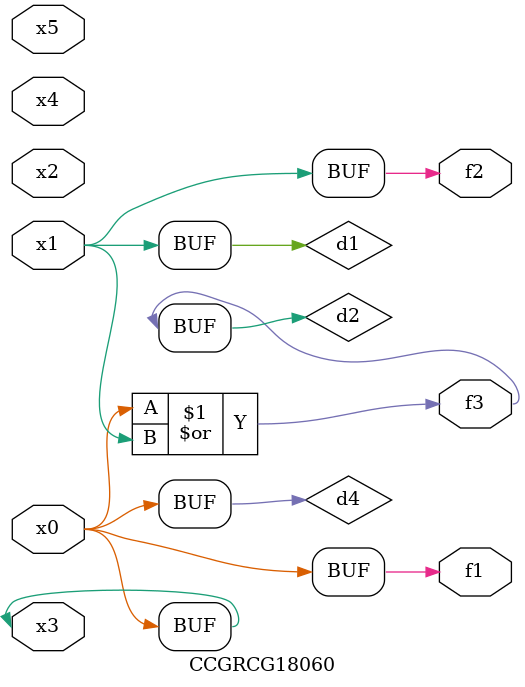
<source format=v>
module CCGRCG18060(
	input x0, x1, x2, x3, x4, x5,
	output f1, f2, f3
);

	wire d1, d2, d3, d4;

	and (d1, x1);
	or (d2, x0, x1);
	nand (d3, x0, x5);
	buf (d4, x0, x3);
	assign f1 = d4;
	assign f2 = d1;
	assign f3 = d2;
endmodule

</source>
